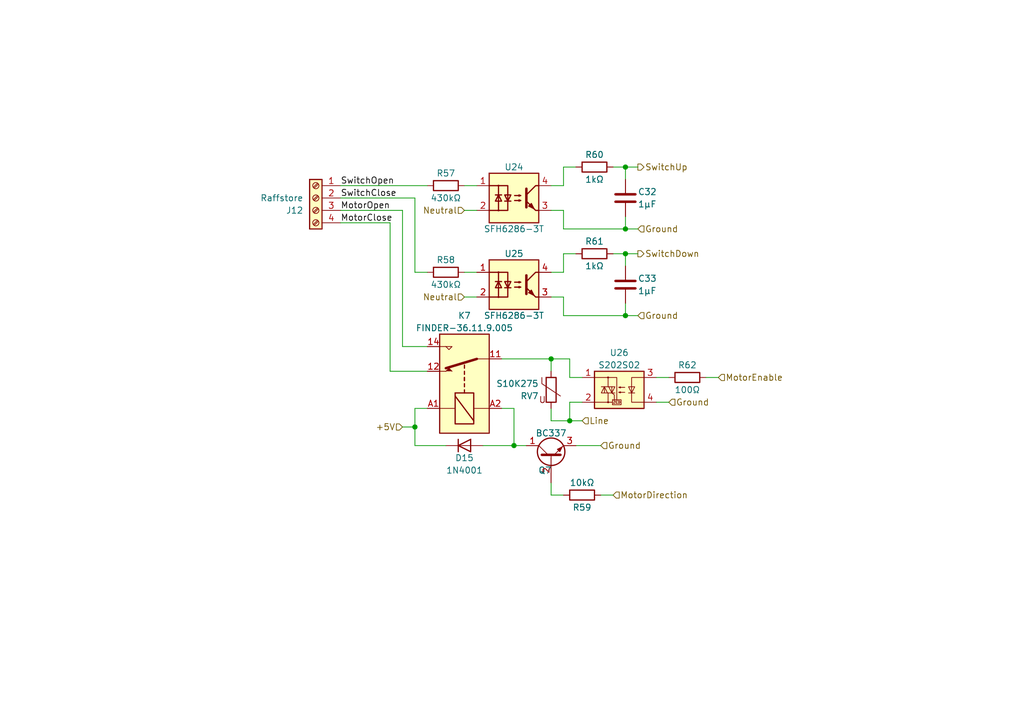
<source format=kicad_sch>
(kicad_sch (version 20211123) (generator eeschema)
  (paper "A5")
  (title_block (title "Raffstore Controller") (date "2022-05-06") (rev "1.2.1") (company "The Rhynaz <https://github.com/Rhynaz>"))
  (lib_symbols
    (symbol "Connector:Screw_Terminal_01x04" (pin_names (offset 1.016) hide)
      (property "Reference" "J" (at 0 5.08 0))
      (property "Value" "Screw_Terminal_01x04" (at 0 -7.62 0))
      (symbol "Screw_Terminal_01x04_1_1"
        (rectangle (start -1.27 3.81) (end 1.27 -6.35) (stroke (width 0.254)) (fill (type background)))
        (circle (center 0 -5.08) (radius 0.635) (stroke (width 0.1524)))
        (circle (center 0 -2.54) (radius 0.635) (stroke (width 0.1524)))
        (polyline (pts (xy -0.5334 -4.7498) (xy 0.3302 -5.588)) (stroke (width 0.1524)))
        (polyline (pts (xy -0.5334 -2.2098) (xy 0.3302 -3.048)) (stroke (width 0.1524)))
        (polyline (pts (xy -0.5334 0.3302) (xy 0.3302 -0.508)) (stroke (width 0.1524)))
        (polyline (pts (xy -0.5334 2.8702) (xy 0.3302 2.032)) (stroke (width 0.1524)))
        (polyline (pts (xy -0.3556 -4.572) (xy 0.508 -5.4102)) (stroke (width 0.1524)))
        (polyline (pts (xy -0.3556 -2.032) (xy 0.508 -2.8702)) (stroke (width 0.1524)))
        (polyline (pts (xy -0.3556 0.508) (xy 0.508 -0.3302)) (stroke (width 0.1524)))
        (polyline (pts (xy -0.3556 3.048) (xy 0.508 2.2098)) (stroke (width 0.1524)))
        (circle (center 0 0) (radius 0.635) (stroke (width 0.1524)))
        (circle (center 0 2.54) (radius 0.635) (stroke (width 0.1524)))
        (pin passive line (at -5.08 2.54 0) (length 3.81) (name "Pin_1") (number "1"))
        (pin passive line (at -5.08 0 0) (length 3.81) (name "Pin_2") (number "2"))
        (pin passive line (at -5.08 -2.54 0) (length 3.81) (name "Pin_3") (number "3"))
        (pin passive line (at -5.08 -5.08 0) (length 3.81) (name "Pin_4") (number "4"))
      )
    )
    (symbol "Device:C" (pin_numbers hide) (pin_names (offset 0.254))
      (property "Reference" "C" (at 0.635 2.54 0))
      (property "Value" "C" (at 0.635 -2.54 0))
      (symbol "C_0_1"
        (polyline (pts (xy -2.032 -0.762) (xy 2.032 -0.762)) (stroke (width 0.508)))
        (polyline (pts (xy -2.032 0.762) (xy 2.032 0.762)) (stroke (width 0.508)))
      )
      (symbol "C_1_1"
        (pin passive line (at 0 3.81 270) (length 2.794) (name "~") (number "1"))
        (pin passive line (at 0 -3.81 90) (length 2.794) (name "~") (number "2"))
      )
    )
    (symbol "Device:R" (pin_numbers hide) (pin_names (offset 0))
      (property "Reference" "R" (at 2.032 0 90))
      (property "Value" "R" (at 0 0 90))
      (symbol "R_0_1"
        (rectangle (start -1.016 -2.54) (end 1.016 2.54) (stroke (width 0.254)))
      )
      (symbol "R_1_1"
        (pin passive line (at 0 3.81 270) (length 1.27) (name "~") (number "1"))
        (pin passive line (at 0 -3.81 90) (length 1.27) (name "~") (number "2"))
      )
    )
    (symbol "Device:Varistor" (pin_numbers hide) (pin_names (offset 0))
      (property "Reference" "RV" (at 3.175 0 90))
      (property "Value" "Varistor" (at -3.175 0 90))
      (symbol "Varistor_0_0"
        (text "U" (at -1.778 -2.032 0) (effects (font (size 1.27 1.27))))
      )
      (symbol "Varistor_0_1"
        (rectangle (start -1.016 -2.54) (end 1.016 2.54) (stroke (width 0.254)))
        (polyline (pts (xy -1.905 2.54) (xy -1.905 1.27) (xy 1.905 -1.27)))
      )
      (symbol "Varistor_1_1"
        (pin passive line (at 0 3.81 270) (length 1.27) (name "~") (number "1"))
        (pin passive line (at 0 -3.81 90) (length 1.27) (name "~") (number "2"))
      )
    )
    (symbol "Diode:1N4001" (pin_numbers hide) (pin_names (offset 1.016) hide)
      (property "Reference" "D" (at 0 2.54 0))
      (property "Value" "1N4001" (at 0 -2.54 0))
      (symbol "1N4001_0_1"
        (polyline (pts (xy -1.27 1.27) (xy -1.27 -1.27)) (stroke (width 0.254)))
        (polyline (pts (xy 1.27 0) (xy -1.27 0)))
        (polyline (pts (xy 1.27 1.27) (xy 1.27 -1.27) (xy -1.27 0) (xy 1.27 1.27)) (stroke (width 0.254)))
      )
      (symbol "1N4001_1_1"
        (pin passive line (at -3.81 0 0) (length 2.54) (name "K") (number "1"))
        (pin passive line (at 3.81 0 180) (length 2.54) (name "A") (number "2"))
      )
    )
    (symbol "Isolator:SFH620A-1" (pin_names (offset 1.016))
      (property "Reference" "U" (at -4.064 6.35 0))
      (property "Value" "SFH620A-1" (at -5.334 -6.604 0))
      (symbol "SFH620A-1_0_1"
        (rectangle (start -5.08 5.08) (end 5.08 -5.08) (stroke (width 0.254)) (fill (type background)))
      )
      (symbol "SFH620A-1_1_1"
        (circle (center -3.175 -2.54) (radius 0.127))
        (circle (center -3.175 2.54) (radius 0.127))
        (polyline (pts (xy -3.81 0.635) (xy -2.54 0.635)) (stroke (width 0.254)))
        (polyline (pts (xy -1.905 -0.635) (xy -0.635 -0.635)) (stroke (width 0.254)))
        (polyline (pts (xy 2.54 1.905) (xy 2.54 -1.905) (xy 2.54 -1.905)) (stroke (width 0.508)))
        (polyline (pts (xy 5.08 -2.54) (xy 4.445 -2.54) (xy 2.54 -0.635)) (stroke (width 0.254)))
        (polyline (pts (xy 5.08 2.54) (xy 4.445 2.54) (xy 2.54 0.635)) (stroke (width 0.254)))
        (polyline (pts (xy -5.08 2.54) (xy -3.175 2.54) (xy -3.175 -2.54) (xy -5.08 -2.54)) (stroke (width 0.254)))
        (polyline (pts (xy -3.175 -2.54) (xy -1.27 -2.54) (xy -1.27 2.54) (xy -3.175 2.54)) (stroke (width 0.254)))
        (polyline (pts (xy -3.175 0.635) (xy -3.81 -0.635) (xy -2.54 -0.635) (xy -3.175 0.635)) (stroke (width 0.254)))
        (polyline (pts (xy -1.27 -0.635) (xy -1.905 0.635) (xy -0.635 0.635) (xy -1.27 -0.635)) (stroke (width 0.254)))
        (polyline (pts (xy 0.127 -0.508) (xy 1.397 -0.508) (xy 1.016 -0.635) (xy 1.016 -0.381) (xy 1.397 -0.508)) (stroke (width 0.254)))
        (polyline (pts (xy 0.127 0.508) (xy 1.397 0.508) (xy 1.016 0.381) (xy 1.016 0.635) (xy 1.397 0.508)) (stroke (width 0.254)))
        (polyline (pts (xy 3.048 -1.651) (xy 3.556 -1.143) (xy 4.064 -2.159) (xy 3.048 -1.651) (xy 3.048 -1.651)) (stroke (width 0.254)) (fill (type outline)))
        (pin passive line (at -7.62 2.54 0) (length 2.54) (name "~") (number "1"))
        (pin passive line (at -7.62 -2.54 0) (length 2.54) (name "~") (number "2"))
        (pin passive line (at 7.62 -2.54 180) (length 2.54) (name "~") (number "3"))
        (pin passive line (at 7.62 2.54 180) (length 2.54) (name "~") (number "4"))
      )
    )
    (symbol "Relay:FINDER-36.11"
      (property "Reference" "K" (at 11.43 3.81 0))
      (property "Value" "FINDER-36.11" (at 11.43 1.27 0))
      (symbol "FINDER-36.11_0_0"
        (polyline (pts (xy 2.54 3.81) (xy 2.54 5.08)))
        (polyline (pts (xy 7.62 3.81) (xy 7.62 5.08)))
        (polyline (pts (xy 7.62 3.81) (xy 7.62 2.54) (xy 6.985 3.175) (xy 7.62 3.81)))
      )
      (symbol "FINDER-36.11_0_1"
        (rectangle (start -10.16 5.08) (end 10.16 -5.08) (stroke (width 0.254)) (fill (type background)))
        (rectangle (start -8.255 1.905) (end -1.905 -1.905) (stroke (width 0.254)))
        (polyline (pts (xy -7.62 -1.905) (xy -2.54 1.905)) (stroke (width 0.254)))
        (polyline (pts (xy -5.08 -5.08) (xy -5.08 -1.905)))
        (polyline (pts (xy -5.08 5.08) (xy -5.08 1.905)))
        (polyline (pts (xy -1.905 0) (xy -1.27 0)) (stroke (width 0.254)))
        (polyline (pts (xy -0.635 0) (xy 0 0)) (stroke (width 0.254)))
        (polyline (pts (xy 0.635 0) (xy 1.27 0)) (stroke (width 0.254)))
        (polyline (pts (xy 0.635 0) (xy 1.27 0)) (stroke (width 0.254)))
        (polyline (pts (xy 1.905 0) (xy 2.54 0)) (stroke (width 0.254)))
        (polyline (pts (xy 3.175 0) (xy 3.81 0)) (stroke (width 0.254)))
        (polyline (pts (xy 5.08 -2.54) (xy 3.175 3.81)) (stroke (width 0.508)))
        (polyline (pts (xy 5.08 -2.54) (xy 5.08 -5.08)))
        (polyline (pts (xy 2.54 2.54) (xy 3.175 3.175) (xy 2.54 3.81)) (fill (type outline)))
      )
      (symbol "FINDER-36.11_1_1"
        (pin passive line (at 5.08 -7.62 90) (length 2.54) (name "~") (number "11"))
        (pin passive line (at 2.54 7.62 270) (length 2.54) (name "~") (number "12"))
        (pin passive line (at 7.62 7.62 270) (length 2.54) (name "~") (number "14"))
        (pin passive line (at -5.08 7.62 270) (length 2.54) (name "~") (number "A1"))
        (pin passive line (at -5.08 -7.62 90) (length 2.54) (name "~") (number "A2"))
      )
    )
    (symbol "Relay_SolidState:S202S02"
      (property "Reference" "U" (at -5.08 5.08 0))
      (property "Value" "S202S02" (at 0 5.08 0))
      (symbol "S202S02_0_0"
        (rectangle (start -0.381 -2.032) (end 1.397 -3.048))
        (polyline (pts (xy 2.286 -2.54) (xy 1.397 -2.54)))
        (polyline (pts (xy 1.524 -0.635) (xy 1.016 -1.016) (xy 1.016 -2.032)))
        (text "ZCD" (at 0.508 -2.54 0) (effects (font (size 0.508 0.508))))
      )
      (symbol "S202S02_0_1"
        (rectangle (start -5.08 3.81) (end 5.08 -3.81) (stroke (width 0.254)) (fill (type background)))
        (polyline (pts (xy -3.175 -0.635) (xy -1.905 -0.635)))
        (polyline (pts (xy 1.524 -0.635) (xy 1.524 0.635)))
        (polyline (pts (xy 3.048 0.635) (xy 3.048 -0.635)))
        (polyline (pts (xy 2.286 -0.635) (xy 2.286 -2.54) (xy 5.08 -2.54)))
        (polyline (pts (xy 2.286 0.635) (xy 2.286 2.54) (xy 5.08 2.54)))
        (polyline (pts (xy 2.286 2.54) (xy 0.508 2.54) (xy 0.508 -2.032)))
        (polyline (pts (xy -5.08 2.54) (xy -2.54 2.54) (xy -2.54 -2.54) (xy -5.08 -2.54)))
        (polyline (pts (xy -2.54 -0.635) (xy -3.175 0.635) (xy -1.905 0.635) (xy -2.54 -0.635)))
        (polyline (pts (xy 0.889 -0.635) (xy 3.683 -0.635) (xy 3.048 0.635) (xy 2.413 -0.635)))
        (polyline (pts (xy 3.683 0.635) (xy 0.889 0.635) (xy 1.524 -0.635) (xy 2.159 0.635)))
        (polyline (pts (xy -1.143 -0.508) (xy 0.127 -0.508) (xy -0.254 -0.635) (xy -0.254 -0.381) (xy 0.127 -0.508)))
        (polyline (pts (xy -1.143 0.508) (xy 0.127 0.508) (xy -0.254 0.381) (xy -0.254 0.635) (xy 0.127 0.508)))
        (circle (center 2.286 -2.54) (radius 0.127))
        (circle (center 2.286 2.54) (radius 0.127))
      )
      (symbol "S202S02_1_1"
        (pin passive line (at 7.62 2.54 180) (length 2.54) (name "~") (number "1"))
        (pin passive line (at 7.62 -2.54 180) (length 2.54) (name "~") (number "2"))
        (pin passive line (at -7.62 2.54 0) (length 2.54) (name "~") (number "3"))
        (pin passive line (at -7.62 -2.54 0) (length 2.54) (name "~") (number "4"))
      )
    )
    (symbol "Transistor_BJT:BC337" (pin_names (offset 0) hide)
      (property "Reference" "Q" (at 5.08 1.905 0))
      (property "Value" "BC337" (at 5.08 0 0))
      (symbol "BC337_0_1"
        (polyline (pts (xy 0 0) (xy 0.635 0)))
        (polyline (pts (xy 0.635 0.635) (xy 2.54 2.54)))
        (polyline (pts (xy 0.635 -0.635) (xy 2.54 -2.54) (xy 2.54 -2.54)))
        (polyline (pts (xy 0.635 1.905) (xy 0.635 -1.905) (xy 0.635 -1.905)) (stroke (width 0.508)))
        (polyline (pts (xy 1.27 -1.778) (xy 1.778 -1.27) (xy 2.286 -2.286) (xy 1.27 -1.778) (xy 1.27 -1.778)) (fill (type outline)))
        (circle (center 1.27 0) (radius 2.8194) (stroke (width 0.254)))
      )
      (symbol "BC337_1_1"
        (pin passive line (at 2.54 5.08 270) (length 2.54) (name "C") (number "1"))
        (pin input line (at -5.08 0 0) (length 5.08) (name "B") (number "2"))
        (pin passive line (at 2.54 -5.08 90) (length 2.54) (name "E") (number "3"))
      )
    )
  )
  (junction (at 105.41 91.44))
  (junction (at 128.27 64.77))
  (junction (at 116.84 86.36))
  (junction (at 128.27 46.99))
  (junction (at 113.03 73.66))
  (junction (at 128.27 34.29))
  (junction (at 128.27 52.07))
  (junction (at 85.09 87.63))
  (wire (pts (xy 115.57 34.29) (xy 118.11 34.29)))
  (wire (pts (xy 128.27 44.45) (xy 128.27 46.99)))
  (wire (pts (xy 119.38 77.47) (xy 116.84 77.47)))
  (wire (pts (xy 113.03 60.96) (xy 115.57 60.96)))
  (wire (pts (xy 115.57 101.6) (xy 113.03 101.6)))
  (wire (pts (xy 134.62 77.47) (xy 137.16 77.47)))
  (wire (pts (xy 113.03 73.66) (xy 116.84 73.66)))
  (wire (pts (xy 137.16 82.55) (xy 134.62 82.55)))
  (wire (pts (xy 80.01 76.2) (xy 87.63 76.2)))
  (wire (pts (xy 85.09 55.88) (xy 87.63 55.88)))
  (wire (pts (xy 128.27 34.29) (xy 130.81 34.29)))
  (wire (pts (xy 85.09 87.63) (xy 85.09 91.44)))
  (wire (pts (xy 128.27 34.29) (xy 128.27 36.83)))
  (wire (pts (xy 82.55 71.12) (xy 87.63 71.12)))
  (wire (pts (xy 69.85 38.1) (xy 87.63 38.1)))
  (wire (pts (xy 144.78 77.47) (xy 147.32 77.47)))
  (wire (pts (xy 116.84 86.36) (xy 119.38 86.36)))
  (wire (pts (xy 115.57 46.99) (xy 128.27 46.99)))
  (wire (pts (xy 113.03 55.88) (xy 115.57 55.88)))
  (wire (pts (xy 105.41 83.82) (xy 105.41 91.44)))
  (wire (pts (xy 116.84 77.47) (xy 116.84 73.66)))
  (wire (pts (xy 128.27 62.23) (xy 128.27 64.77)))
  (wire (pts (xy 95.25 55.88) (xy 97.79 55.88)))
  (wire (pts (xy 115.57 60.96) (xy 115.57 64.77)))
  (wire (pts (xy 85.09 83.82) (xy 85.09 87.63)))
  (wire (pts (xy 116.84 82.55) (xy 119.38 82.55)))
  (wire (pts (xy 95.25 60.96) (xy 97.79 60.96)))
  (wire (pts (xy 95.25 43.18) (xy 97.79 43.18)))
  (wire (pts (xy 69.85 43.18) (xy 82.55 43.18)))
  (wire (pts (xy 115.57 64.77) (xy 128.27 64.77)))
  (wire (pts (xy 102.87 73.66) (xy 113.03 73.66)))
  (wire (pts (xy 82.55 87.63) (xy 85.09 87.63)))
  (wire (pts (xy 95.25 38.1) (xy 97.79 38.1)))
  (wire (pts (xy 69.85 45.72) (xy 80.01 45.72)))
  (wire (pts (xy 116.84 86.36) (xy 113.03 86.36)))
  (wire (pts (xy 115.57 38.1) (xy 115.57 34.29)))
  (wire (pts (xy 69.85 40.64) (xy 85.09 40.64)))
  (wire (pts (xy 128.27 64.77) (xy 130.81 64.77)))
  (wire (pts (xy 113.03 86.36) (xy 113.03 83.82)))
  (wire (pts (xy 115.57 52.07) (xy 118.11 52.07)))
  (wire (pts (xy 123.19 101.6) (xy 125.73 101.6)))
  (wire (pts (xy 115.57 55.88) (xy 115.57 52.07)))
  (wire (pts (xy 125.73 52.07) (xy 128.27 52.07)))
  (wire (pts (xy 82.55 43.18) (xy 82.55 71.12)))
  (wire (pts (xy 105.41 83.82) (xy 102.87 83.82)))
  (wire (pts (xy 113.03 43.18) (xy 115.57 43.18)))
  (wire (pts (xy 118.11 91.44) (xy 123.19 91.44)))
  (wire (pts (xy 80.01 45.72) (xy 80.01 76.2)))
  (wire (pts (xy 128.27 52.07) (xy 130.81 52.07)))
  (wire (pts (xy 128.27 46.99) (xy 130.81 46.99)))
  (wire (pts (xy 116.84 82.55) (xy 116.84 86.36)))
  (wire (pts (xy 113.03 73.66) (xy 113.03 76.2)))
  (wire (pts (xy 85.09 55.88) (xy 85.09 40.64)))
  (wire (pts (xy 125.73 34.29) (xy 128.27 34.29)))
  (wire (pts (xy 99.06 91.44) (xy 105.41 91.44)))
  (wire (pts (xy 113.03 38.1) (xy 115.57 38.1)))
  (wire (pts (xy 115.57 43.18) (xy 115.57 46.99)))
  (wire (pts (xy 113.03 101.6) (xy 113.03 99.06)))
  (wire (pts (xy 91.44 91.44) (xy 85.09 91.44)))
  (wire (pts (xy 105.41 91.44) (xy 107.95 91.44)))
  (wire (pts (xy 85.09 83.82) (xy 87.63 83.82)))
  (wire (pts (xy 128.27 52.07) (xy 128.27 54.61)))
  (label "MotorClose" (at 69.85 45.72 0))
  (label "MotorOpen" (at 69.85 43.18 0))
  (label "SwitchClose" (at 69.85 40.64 0))
  (label "SwitchOpen" (at 69.85 38.1 0))
  (hierarchical_label "SwitchDown" (shape output) (at 130.81 52.07 0))
  (hierarchical_label "Neutral" (shape input) (at 95.25 60.96 180))
  (hierarchical_label "Line" (shape input) (at 119.38 86.36 0))
  (hierarchical_label "Ground" (shape input) (at 137.16 82.55 0))
  (hierarchical_label "+5V" (shape input) (at 82.55 87.63 180))
  (hierarchical_label "Ground" (shape input) (at 123.19 91.44 0))
  (hierarchical_label "SwitchUp" (shape output) (at 130.81 34.29 0))
  (hierarchical_label "MotorEnable" (shape input) (at 147.32 77.47 0))
  (hierarchical_label "Ground" (shape input) (at 130.81 64.77 0))
  (hierarchical_label "MotorDirection" (shape input) (at 125.73 101.6 0))
  (hierarchical_label "Ground" (shape input) (at 130.81 46.99 0))
  (hierarchical_label "Neutral" (shape input) (at 95.25 43.18 180))
  (symbol (lib_id "Device:R") (at 121.92 52.07 90)
    (property "Reference" "R61" (at 121.92 49.53 90))
    (property "Value" "1kΩ" (at 121.92 54.61 90))
    (property "Footprint" "Resistor_SMD:R_0402_1005Metric" (effects hide))
    (property "LCSC" "C11702" (effects hide))
    (property "Description" "1kΩ 0402 1%" (effects hide))
  )
  (symbol (lib_id "Device:Varistor") (at 113.03 80.01 0)
    (property "Reference" "RV7" (at 110.49 81.28 0) (effects (justify right)))
    (property "Value" "S10K275" (at 110.49 78.74 0) (effects (justify right)))
    (property "Footprint" "Varistor:RV_Disc_D12mm_W5mm_P7.5mm" (effects hide))
    (property "Datasheet" "${KIPRJMOD}/datasheets/S10K275.pdf" (effects hide))
  )
  (symbol (lib_id "Device:R") (at 91.44 38.1 90)
    (property "Reference" "R57" (at 91.44 35.56 90))
    (property "Value" "430kΩ" (at 91.44 40.64 90))
    (property "Footprint" "Resistor_THT:R_Axial_DIN0414_L11.9mm_D4.5mm_P15.24mm_Horizontal" (effects hide))
  )
  (symbol (lib_id "Device:R") (at 140.97 77.47 90)
    (property "Reference" "R62" (at 140.97 74.93 90))
    (property "Value" "100Ω" (at 140.97 80.01 90))
    (property "Footprint" "Resistor_SMD:R_0402_1005Metric" (effects hide))
    (property "LCSC" "C25076" (effects hide))
    (property "Description" "100Ω 0402 1%" (effects hide))
  )
  (symbol (lib_id "Device:C") (at 128.27 40.64 0)
    (property "Reference" "C32" (at 130.81 39.37 0) (effects (justify left)))
    (property "Value" "1µF" (at 130.81 41.91 0) (effects (justify left)))
    (property "Footprint" "Capacitor_SMD:C_0402_1005Metric" (effects hide))
    (property "LCSC" "C52923" (effects hide))
    (property "Description" "1µF 0402 25V" (effects hide))
  )
  (symbol (lib_id "Device:C") (at 128.27 58.42 0)
    (property "Reference" "C33" (at 130.81 57.15 0) (effects (justify left)))
    (property "Value" "1µF" (at 130.81 59.69 0) (effects (justify left)))
    (property "Footprint" "Capacitor_SMD:C_0402_1005Metric" (effects hide))
    (property "LCSC" "C52923" (effects hide))
    (property "Description" "1µF 0402 25V" (effects hide))
  )
  (symbol (lib_id "Relay:FINDER-36.11") (at 95.25 78.74 90)
    (property "Reference" "K7" (at 95.25 64.77 90))
    (property "Value" "FINDER-36.11.9.005" (at 95.25 67.31 90))
    (property "Footprint" "Relay_THT:Relay_SPDT_Finder_36.11" (effects hide))
    (property "Datasheet" "${KIPRJMOD}/datasheets/FINDER-36.11.pdf" (effects hide))
  )
  (symbol (lib_id "Isolator:SFH620A-1") (at 105.41 40.64 0)
    (property "Reference" "U24" (at 105.41 34.29 0))
    (property "Value" "SFH6286-3T" (at 105.41 46.99 0))
    (property "Footprint" "Package_DIP:SMDIP-4_W9.53mm_Clearance8mm" (effects hide))
    (property "Datasheet" "${KIPRJMOD}/datasheets/SFH628.pdf" (effects hide))
    (property "LCSC" "C144899" (effects hide))
    (property "Manufacturer" "Vishay Intertech" (effects hide))
    (property "PartNumber" "SFH6286-3T" (effects hide))
  )
  (symbol (lib_id "Transistor_BJT:BC337") (at 113.03 93.98 90)
    (property "Reference" "Q7" (at 111.76 96.52 90))
    (property "Value" "BC337" (at 113.03 88.9 90))
    (property "Footprint" "Package_TO_SOT_THT:TO-92_Inline" (effects hide))
    (property "Datasheet" "${KIPRJMOD}/datasheets/BC337.pdf" (effects hide))
  )
  (symbol (lib_id "Device:R") (at 121.92 34.29 90)
    (property "Reference" "R60" (at 121.92 31.75 90))
    (property "Value" "1kΩ" (at 121.92 36.83 90))
    (property "Footprint" "Resistor_SMD:R_0402_1005Metric" (effects hide))
    (property "LCSC" "C11702" (effects hide))
    (property "Description" "1kΩ 0402 1%" (effects hide))
  )
  (symbol (lib_id "Device:R") (at 91.44 55.88 90)
    (property "Reference" "R58" (at 91.44 53.34 90))
    (property "Value" "430kΩ" (at 91.44 58.42 90))
    (property "Footprint" "Resistor_THT:R_Axial_DIN0414_L11.9mm_D4.5mm_P15.24mm_Horizontal" (effects hide))
  )
  (symbol (lib_id "Connector:Screw_Terminal_01x04") (at 64.77 40.64 0) (mirror y)
    (property "Reference" "J12" (at 62.23 43.18 0) (effects (justify left)))
    (property "Value" "Raffstore" (at 62.23 40.64 0) (effects (justify left)))
    (property "Footprint" "TerminalBlock_RND:TerminalBlock_RND_205-00014_1x04_P5.00mm_Horizontal" (effects hide))
  )
  (symbol (lib_id "Isolator:SFH620A-1") (at 105.41 58.42 0)
    (property "Reference" "U25" (at 105.41 52.07 0))
    (property "Value" "SFH6286-3T" (at 105.41 64.77 0))
    (property "Footprint" "Package_DIP:SMDIP-4_W9.53mm_Clearance8mm" (effects hide))
    (property "Datasheet" "${KIPRJMOD}/datasheets/SFH628.pdf" (effects hide))
    (property "LCSC" "C144899" (effects hide))
    (property "Manufacturer" "Vishay Intertech" (effects hide))
    (property "PartNumber" "SFH6286-3T" (effects hide))
  )
  (symbol (lib_id "Diode:1N4001") (at 95.25 91.44 0)
    (property "Reference" "D15" (at 95.25 93.98 0))
    (property "Value" "1N4001" (at 95.25 96.52 0))
    (property "Footprint" "Diode_THT:D_DO-41_SOD81_P7.62mm_Horizontal" (effects hide))
    (property "Datasheet" "${KIPRJMOD}/datasheets/1N4001.pdf" (effects hide))
  )
  (symbol (lib_id "Device:R") (at 119.38 101.6 90)
    (property "Reference" "R59" (at 119.38 104.14 90))
    (property "Value" "10kΩ" (at 119.38 99.06 90))
    (property "Footprint" "Resistor_SMD:R_0402_1005Metric" (effects hide))
    (property "LCSC" "C25744" (effects hide))
    (property "Description" "10kΩ 0402 1%" (effects hide))
  )
  (symbol (lib_id "Relay_SolidState:S202S02") (at 127 80.01 0) (mirror y)
    (property "Reference" "U26" (at 127 72.39 0))
    (property "Value" "S202S02" (at 127 74.93 0))
    (property "Footprint" "Package_SIP:SIP4_Sharp-SSR_P7.62mm_Straight" (effects hide))
    (property "Datasheet" "${KIPRJMOD}/datasheets/S202S02.pdf" (effects hide))
  )
)
</source>
